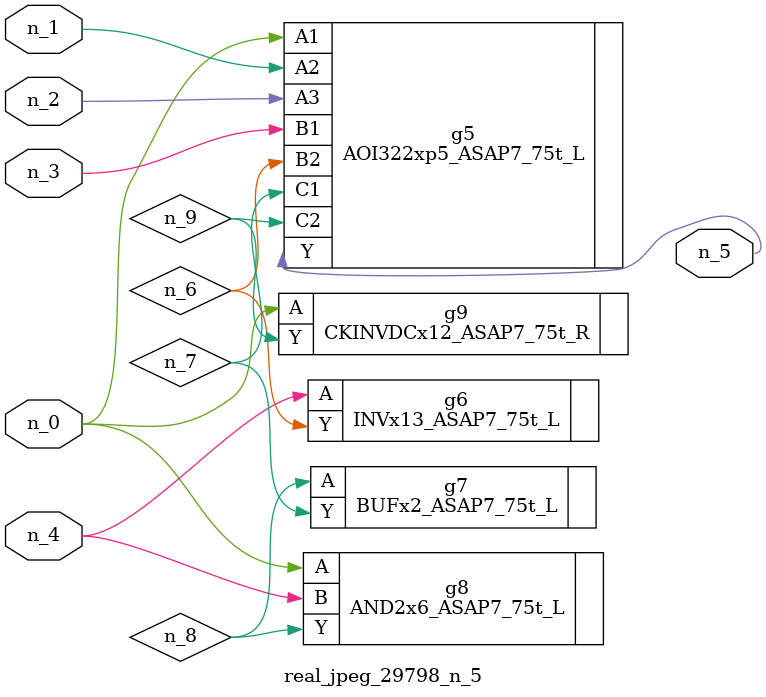
<source format=v>
module real_jpeg_29798_n_5 (n_4, n_0, n_1, n_2, n_3, n_5);

input n_4;
input n_0;
input n_1;
input n_2;
input n_3;

output n_5;

wire n_8;
wire n_6;
wire n_7;
wire n_9;

AOI322xp5_ASAP7_75t_L g5 ( 
.A1(n_0),
.A2(n_1),
.A3(n_2),
.B1(n_3),
.B2(n_6),
.C1(n_7),
.C2(n_9),
.Y(n_5)
);

AND2x6_ASAP7_75t_L g8 ( 
.A(n_0),
.B(n_4),
.Y(n_8)
);

CKINVDCx12_ASAP7_75t_R g9 ( 
.A(n_0),
.Y(n_9)
);

INVx13_ASAP7_75t_L g6 ( 
.A(n_4),
.Y(n_6)
);

BUFx2_ASAP7_75t_L g7 ( 
.A(n_8),
.Y(n_7)
);


endmodule
</source>
